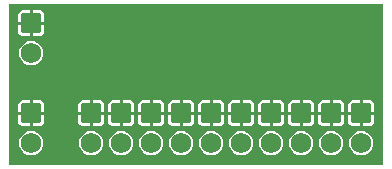
<source format=gbl>
G04 Layer_Physical_Order=2*
G04 Layer_Color=16711680*
%FSLAX25Y25*%
%MOIN*%
G70*
G01*
G75*
%ADD15C,0.06800*%
G04:AMPARAMS|DCode=16|XSize=68mil|YSize=68mil|CornerRadius=10.2mil|HoleSize=0mil|Usage=FLASHONLY|Rotation=0.000|XOffset=0mil|YOffset=0mil|HoleType=Round|Shape=RoundedRectangle|*
%AMROUNDEDRECTD16*
21,1,0.06800,0.04760,0,0,0.0*
21,1,0.04760,0.06800,0,0,0.0*
1,1,0.02040,0.02380,-0.02380*
1,1,0.02040,-0.02380,-0.02380*
1,1,0.02040,-0.02380,0.02380*
1,1,0.02040,0.02380,0.02380*
%
%ADD16ROUNDEDRECTD16*%
%ADD17C,0.02559*%
G36*
X127188Y2733D02*
X2733D01*
Y56322D01*
X127188D01*
Y2733D01*
D02*
G37*
%LPC*%
G36*
X59500Y19500D02*
X55560D01*
Y17620D01*
X55717Y16832D01*
X56164Y16164D01*
X56832Y15717D01*
X57620Y15560D01*
X59500D01*
Y19500D01*
D02*
G37*
G36*
X64440D02*
X60500D01*
Y15560D01*
X62380D01*
X63168Y15717D01*
X63836Y16164D01*
X64283Y16832D01*
X64440Y17620D01*
Y19500D01*
D02*
G37*
G36*
X69500D02*
X65560D01*
Y17620D01*
X65717Y16832D01*
X66164Y16164D01*
X66832Y15717D01*
X67620Y15560D01*
X69500D01*
Y19500D01*
D02*
G37*
G36*
X54440D02*
X50500D01*
Y15560D01*
X52380D01*
X53168Y15717D01*
X53836Y16164D01*
X54283Y16832D01*
X54440Y17620D01*
Y19500D01*
D02*
G37*
G36*
X39500D02*
X35560D01*
Y17620D01*
X35717Y16832D01*
X36164Y16164D01*
X36832Y15717D01*
X37620Y15560D01*
X39500D01*
Y19500D01*
D02*
G37*
G36*
X44440D02*
X40500D01*
Y15560D01*
X42380D01*
X43168Y15717D01*
X43836Y16164D01*
X44283Y16832D01*
X44440Y17620D01*
Y19500D01*
D02*
G37*
G36*
X49500D02*
X45560D01*
Y17620D01*
X45717Y16832D01*
X46164Y16164D01*
X46832Y15717D01*
X47620Y15560D01*
X49500D01*
Y19500D01*
D02*
G37*
G36*
X94440D02*
X90500D01*
Y15560D01*
X92380D01*
X93168Y15717D01*
X93836Y16164D01*
X94283Y16832D01*
X94440Y17620D01*
Y19500D01*
D02*
G37*
G36*
X99500D02*
X95560D01*
Y17620D01*
X95717Y16832D01*
X96164Y16164D01*
X96832Y15717D01*
X97620Y15560D01*
X99500D01*
Y19500D01*
D02*
G37*
G36*
X104440D02*
X100500D01*
Y15560D01*
X102380D01*
X103168Y15717D01*
X103836Y16164D01*
X104283Y16832D01*
X104440Y17620D01*
Y19500D01*
D02*
G37*
G36*
X89500D02*
X85560D01*
Y17620D01*
X85717Y16832D01*
X86164Y16164D01*
X86832Y15717D01*
X87620Y15560D01*
X89500D01*
Y19500D01*
D02*
G37*
G36*
X74440D02*
X70500D01*
Y15560D01*
X72380D01*
X73168Y15717D01*
X73836Y16164D01*
X74283Y16832D01*
X74440Y17620D01*
Y19500D01*
D02*
G37*
G36*
X79500D02*
X75560D01*
Y17620D01*
X75717Y16832D01*
X76164Y16164D01*
X76832Y15717D01*
X77620Y15560D01*
X79500D01*
Y19500D01*
D02*
G37*
G36*
X84440D02*
X80500D01*
Y15560D01*
X82380D01*
X83168Y15717D01*
X83836Y16164D01*
X84283Y16832D01*
X84440Y17620D01*
Y19500D01*
D02*
G37*
G36*
X34440D02*
X30500D01*
Y15560D01*
X32380D01*
X33168Y15717D01*
X33836Y16164D01*
X34283Y16832D01*
X34440Y17620D01*
Y19500D01*
D02*
G37*
G36*
X60000Y14035D02*
X58956Y13897D01*
X57983Y13494D01*
X57147Y12853D01*
X56506Y12017D01*
X56103Y11044D01*
X55966Y10000D01*
X56103Y8956D01*
X56506Y7983D01*
X57147Y7147D01*
X57983Y6506D01*
X58956Y6103D01*
X60000Y5965D01*
X61044Y6103D01*
X62017Y6506D01*
X62853Y7147D01*
X63494Y7983D01*
X63897Y8956D01*
X64034Y10000D01*
X63897Y11044D01*
X63494Y12017D01*
X62853Y12853D01*
X62017Y13494D01*
X61044Y13897D01*
X60000Y14035D01*
D02*
G37*
G36*
X70000D02*
X68956Y13897D01*
X67983Y13494D01*
X67147Y12853D01*
X66506Y12017D01*
X66103Y11044D01*
X65965Y10000D01*
X66103Y8956D01*
X66506Y7983D01*
X67147Y7147D01*
X67983Y6506D01*
X68956Y6103D01*
X70000Y5965D01*
X71044Y6103D01*
X72017Y6506D01*
X72853Y7147D01*
X73494Y7983D01*
X73897Y8956D01*
X74035Y10000D01*
X73897Y11044D01*
X73494Y12017D01*
X72853Y12853D01*
X72017Y13494D01*
X71044Y13897D01*
X70000Y14035D01*
D02*
G37*
G36*
X80000D02*
X78956Y13897D01*
X77983Y13494D01*
X77147Y12853D01*
X76506Y12017D01*
X76103Y11044D01*
X75965Y10000D01*
X76103Y8956D01*
X76506Y7983D01*
X77147Y7147D01*
X77983Y6506D01*
X78956Y6103D01*
X80000Y5965D01*
X81044Y6103D01*
X82017Y6506D01*
X82853Y7147D01*
X83494Y7983D01*
X83897Y8956D01*
X84035Y10000D01*
X83897Y11044D01*
X83494Y12017D01*
X82853Y12853D01*
X82017Y13494D01*
X81044Y13897D01*
X80000Y14035D01*
D02*
G37*
G36*
X50000D02*
X48956Y13897D01*
X47983Y13494D01*
X47147Y12853D01*
X46506Y12017D01*
X46103Y11044D01*
X45965Y10000D01*
X46103Y8956D01*
X46506Y7983D01*
X47147Y7147D01*
X47983Y6506D01*
X48956Y6103D01*
X50000Y5965D01*
X51044Y6103D01*
X52017Y6506D01*
X52853Y7147D01*
X53494Y7983D01*
X53897Y8956D01*
X54035Y10000D01*
X53897Y11044D01*
X53494Y12017D01*
X52853Y12853D01*
X52017Y13494D01*
X51044Y13897D01*
X50000Y14035D01*
D02*
G37*
G36*
X10000D02*
X8956Y13897D01*
X7983Y13494D01*
X7147Y12853D01*
X6506Y12017D01*
X6103Y11044D01*
X5965Y10000D01*
X6103Y8956D01*
X6506Y7983D01*
X7147Y7147D01*
X7983Y6506D01*
X8956Y6103D01*
X10000Y5965D01*
X11044Y6103D01*
X12017Y6506D01*
X12853Y7147D01*
X13494Y7983D01*
X13897Y8956D01*
X14035Y10000D01*
X13897Y11044D01*
X13494Y12017D01*
X12853Y12853D01*
X12017Y13494D01*
X11044Y13897D01*
X10000Y14035D01*
D02*
G37*
G36*
X30000D02*
X28956Y13897D01*
X27983Y13494D01*
X27147Y12853D01*
X26506Y12017D01*
X26103Y11044D01*
X25965Y10000D01*
X26103Y8956D01*
X26506Y7983D01*
X27147Y7147D01*
X27983Y6506D01*
X28956Y6103D01*
X30000Y5965D01*
X31044Y6103D01*
X32017Y6506D01*
X32853Y7147D01*
X33494Y7983D01*
X33897Y8956D01*
X34034Y10000D01*
X33897Y11044D01*
X33494Y12017D01*
X32853Y12853D01*
X32017Y13494D01*
X31044Y13897D01*
X30000Y14035D01*
D02*
G37*
G36*
X40000D02*
X38956Y13897D01*
X37983Y13494D01*
X37147Y12853D01*
X36506Y12017D01*
X36103Y11044D01*
X35965Y10000D01*
X36103Y8956D01*
X36506Y7983D01*
X37147Y7147D01*
X37983Y6506D01*
X38956Y6103D01*
X40000Y5965D01*
X41044Y6103D01*
X42017Y6506D01*
X42853Y7147D01*
X43494Y7983D01*
X43897Y8956D01*
X44034Y10000D01*
X43897Y11044D01*
X43494Y12017D01*
X42853Y12853D01*
X42017Y13494D01*
X41044Y13897D01*
X40000Y14035D01*
D02*
G37*
G36*
X9500Y19500D02*
X5560D01*
Y17620D01*
X5717Y16832D01*
X6164Y16164D01*
X6832Y15717D01*
X7620Y15560D01*
X9500D01*
Y19500D01*
D02*
G37*
G36*
X14440D02*
X10500D01*
Y15560D01*
X12380D01*
X13168Y15717D01*
X13836Y16164D01*
X14283Y16832D01*
X14440Y17620D01*
Y19500D01*
D02*
G37*
G36*
X29500D02*
X25560D01*
Y17620D01*
X25717Y16832D01*
X26164Y16164D01*
X26832Y15717D01*
X27620Y15560D01*
X29500D01*
Y19500D01*
D02*
G37*
G36*
X120000Y14035D02*
X118956Y13897D01*
X117983Y13494D01*
X117147Y12853D01*
X116506Y12017D01*
X116103Y11044D01*
X115965Y10000D01*
X116103Y8956D01*
X116506Y7983D01*
X117147Y7147D01*
X117983Y6506D01*
X118956Y6103D01*
X120000Y5965D01*
X121044Y6103D01*
X122017Y6506D01*
X122853Y7147D01*
X123494Y7983D01*
X123897Y8956D01*
X124035Y10000D01*
X123897Y11044D01*
X123494Y12017D01*
X122853Y12853D01*
X122017Y13494D01*
X121044Y13897D01*
X120000Y14035D01*
D02*
G37*
G36*
X90000D02*
X88956Y13897D01*
X87983Y13494D01*
X87147Y12853D01*
X86506Y12017D01*
X86103Y11044D01*
X85966Y10000D01*
X86103Y8956D01*
X86506Y7983D01*
X87147Y7147D01*
X87983Y6506D01*
X88956Y6103D01*
X90000Y5965D01*
X91044Y6103D01*
X92017Y6506D01*
X92853Y7147D01*
X93494Y7983D01*
X93897Y8956D01*
X94034Y10000D01*
X93897Y11044D01*
X93494Y12017D01*
X92853Y12853D01*
X92017Y13494D01*
X91044Y13897D01*
X90000Y14035D01*
D02*
G37*
G36*
X100000D02*
X98956Y13897D01*
X97983Y13494D01*
X97147Y12853D01*
X96506Y12017D01*
X96103Y11044D01*
X95965Y10000D01*
X96103Y8956D01*
X96506Y7983D01*
X97147Y7147D01*
X97983Y6506D01*
X98956Y6103D01*
X100000Y5965D01*
X101044Y6103D01*
X102017Y6506D01*
X102853Y7147D01*
X103494Y7983D01*
X103897Y8956D01*
X104034Y10000D01*
X103897Y11044D01*
X103494Y12017D01*
X102853Y12853D01*
X102017Y13494D01*
X101044Y13897D01*
X100000Y14035D01*
D02*
G37*
G36*
X110000D02*
X108956Y13897D01*
X107983Y13494D01*
X107147Y12853D01*
X106506Y12017D01*
X106103Y11044D01*
X105965Y10000D01*
X106103Y8956D01*
X106506Y7983D01*
X107147Y7147D01*
X107983Y6506D01*
X108956Y6103D01*
X110000Y5965D01*
X111044Y6103D01*
X112017Y6506D01*
X112853Y7147D01*
X113494Y7983D01*
X113897Y8956D01*
X114034Y10000D01*
X113897Y11044D01*
X113494Y12017D01*
X112853Y12853D01*
X112017Y13494D01*
X111044Y13897D01*
X110000Y14035D01*
D02*
G37*
G36*
X109500Y19500D02*
X105560D01*
Y17620D01*
X105717Y16832D01*
X106164Y16164D01*
X106832Y15717D01*
X107620Y15560D01*
X109500D01*
Y19500D01*
D02*
G37*
G36*
X102380Y24440D02*
X100500D01*
Y20500D01*
X104440D01*
Y22380D01*
X104283Y23168D01*
X103836Y23836D01*
X103168Y24283D01*
X102380Y24440D01*
D02*
G37*
G36*
X109500D02*
X107620D01*
X106832Y24283D01*
X106164Y23836D01*
X105717Y23168D01*
X105560Y22380D01*
Y20500D01*
X109500D01*
Y24440D01*
D02*
G37*
G36*
X112380D02*
X110500D01*
Y20500D01*
X114440D01*
Y22380D01*
X114283Y23168D01*
X113836Y23836D01*
X113168Y24283D01*
X112380Y24440D01*
D02*
G37*
G36*
X99500D02*
X97620D01*
X96832Y24283D01*
X96164Y23836D01*
X95717Y23168D01*
X95560Y22380D01*
Y20500D01*
X99500D01*
Y24440D01*
D02*
G37*
G36*
X82380D02*
X80500D01*
Y20500D01*
X84440D01*
Y22380D01*
X84283Y23168D01*
X83836Y23836D01*
X83168Y24283D01*
X82380Y24440D01*
D02*
G37*
G36*
X89500D02*
X87620D01*
X86832Y24283D01*
X86164Y23836D01*
X85717Y23168D01*
X85560Y22380D01*
Y20500D01*
X89500D01*
Y24440D01*
D02*
G37*
G36*
X92380D02*
X90500D01*
Y20500D01*
X94440D01*
Y22380D01*
X94283Y23168D01*
X93836Y23836D01*
X93168Y24283D01*
X92380Y24440D01*
D02*
G37*
G36*
X119500D02*
X117620D01*
X116832Y24283D01*
X116164Y23836D01*
X115717Y23168D01*
X115560Y22380D01*
Y20500D01*
X119500D01*
Y24440D01*
D02*
G37*
G36*
X14440Y49500D02*
X10500D01*
Y45560D01*
X12380D01*
X13168Y45717D01*
X13836Y46164D01*
X14283Y46832D01*
X14440Y47620D01*
Y49500D01*
D02*
G37*
G36*
X9500Y54440D02*
X7620D01*
X6832Y54283D01*
X6164Y53836D01*
X5717Y53168D01*
X5560Y52380D01*
Y50500D01*
X9500D01*
Y54440D01*
D02*
G37*
G36*
X12380D02*
X10500D01*
Y50500D01*
X14440D01*
Y52380D01*
X14283Y53168D01*
X13836Y53836D01*
X13168Y54283D01*
X12380Y54440D01*
D02*
G37*
G36*
X9500Y49500D02*
X5560D01*
Y47620D01*
X5717Y46832D01*
X6164Y46164D01*
X6832Y45717D01*
X7620Y45560D01*
X9500D01*
Y49500D01*
D02*
G37*
G36*
X122380Y24440D02*
X120500D01*
Y20500D01*
X124440D01*
Y22380D01*
X124283Y23168D01*
X123836Y23836D01*
X123168Y24283D01*
X122380Y24440D01*
D02*
G37*
G36*
X12380D02*
X10500D01*
Y20500D01*
X14440D01*
Y22380D01*
X14283Y23168D01*
X13836Y23836D01*
X13168Y24283D01*
X12380Y24440D01*
D02*
G37*
G36*
X10000Y44034D02*
X8956Y43897D01*
X7983Y43494D01*
X7147Y42853D01*
X6506Y42017D01*
X6103Y41044D01*
X5965Y40000D01*
X6103Y38956D01*
X6506Y37983D01*
X7147Y37147D01*
X7983Y36506D01*
X8956Y36103D01*
X10000Y35965D01*
X11044Y36103D01*
X12017Y36506D01*
X12853Y37147D01*
X13494Y37983D01*
X13897Y38956D01*
X14035Y40000D01*
X13897Y41044D01*
X13494Y42017D01*
X12853Y42853D01*
X12017Y43494D01*
X11044Y43897D01*
X10000Y44034D01*
D02*
G37*
G36*
X29500Y24440D02*
X27620D01*
X26832Y24283D01*
X26164Y23836D01*
X25717Y23168D01*
X25560Y22380D01*
Y20500D01*
X29500D01*
Y24440D01*
D02*
G37*
G36*
X32380D02*
X30500D01*
Y20500D01*
X34440D01*
Y22380D01*
X34283Y23168D01*
X33836Y23836D01*
X33168Y24283D01*
X32380Y24440D01*
D02*
G37*
G36*
X39500D02*
X37620D01*
X36832Y24283D01*
X36164Y23836D01*
X35717Y23168D01*
X35560Y22380D01*
Y20500D01*
X39500D01*
Y24440D01*
D02*
G37*
G36*
X9500D02*
X7620D01*
X6832Y24283D01*
X6164Y23836D01*
X5717Y23168D01*
X5560Y22380D01*
Y20500D01*
X9500D01*
Y24440D01*
D02*
G37*
G36*
X114440Y19500D02*
X110500D01*
Y15560D01*
X112380D01*
X113168Y15717D01*
X113836Y16164D01*
X114283Y16832D01*
X114440Y17620D01*
Y19500D01*
D02*
G37*
G36*
X119500D02*
X115560D01*
Y17620D01*
X115717Y16832D01*
X116164Y16164D01*
X116832Y15717D01*
X117620Y15560D01*
X119500D01*
Y19500D01*
D02*
G37*
G36*
X124440D02*
X120500D01*
Y15560D01*
X122380D01*
X123168Y15717D01*
X123836Y16164D01*
X124283Y16832D01*
X124440Y17620D01*
Y19500D01*
D02*
G37*
G36*
X42380Y24440D02*
X40500D01*
Y20500D01*
X44440D01*
Y22380D01*
X44283Y23168D01*
X43836Y23836D01*
X43168Y24283D01*
X42380Y24440D01*
D02*
G37*
G36*
X69500D02*
X67620D01*
X66832Y24283D01*
X66164Y23836D01*
X65717Y23168D01*
X65560Y22380D01*
Y20500D01*
X69500D01*
Y24440D01*
D02*
G37*
G36*
X72380D02*
X70500D01*
Y20500D01*
X74440D01*
Y22380D01*
X74283Y23168D01*
X73836Y23836D01*
X73168Y24283D01*
X72380Y24440D01*
D02*
G37*
G36*
X79500D02*
X77620D01*
X76832Y24283D01*
X76164Y23836D01*
X75717Y23168D01*
X75560Y22380D01*
Y20500D01*
X79500D01*
Y24440D01*
D02*
G37*
G36*
X62380D02*
X60500D01*
Y20500D01*
X64440D01*
Y22380D01*
X64283Y23168D01*
X63836Y23836D01*
X63168Y24283D01*
X62380Y24440D01*
D02*
G37*
G36*
X49500D02*
X47620D01*
X46832Y24283D01*
X46164Y23836D01*
X45717Y23168D01*
X45560Y22380D01*
Y20500D01*
X49500D01*
Y24440D01*
D02*
G37*
G36*
X52380D02*
X50500D01*
Y20500D01*
X54440D01*
Y22380D01*
X54283Y23168D01*
X53836Y23836D01*
X53168Y24283D01*
X52380Y24440D01*
D02*
G37*
G36*
X59500D02*
X57620D01*
X56832Y24283D01*
X56164Y23836D01*
X55717Y23168D01*
X55560Y22380D01*
Y20500D01*
X59500D01*
Y24440D01*
D02*
G37*
%LPD*%
D15*
X30000Y10000D02*
D03*
X40000D02*
D03*
X50000D02*
D03*
X60000D02*
D03*
X70000D02*
D03*
X80000D02*
D03*
X90000D02*
D03*
X100000D02*
D03*
X110000D02*
D03*
X120000D02*
D03*
X10000D02*
D03*
Y40000D02*
D03*
D16*
X30000Y20000D02*
D03*
X40000D02*
D03*
X50000D02*
D03*
X60000D02*
D03*
X70000D02*
D03*
X80000D02*
D03*
X90000D02*
D03*
X100000D02*
D03*
X110000D02*
D03*
X120000D02*
D03*
X10000D02*
D03*
Y50000D02*
D03*
D17*
X29000Y46000D02*
D03*
X39000D02*
D03*
X44000Y51000D02*
D03*
X87000Y46000D02*
D03*
X97000D02*
D03*
X117000D02*
D03*
X59000Y51000D02*
D03*
M02*

</source>
